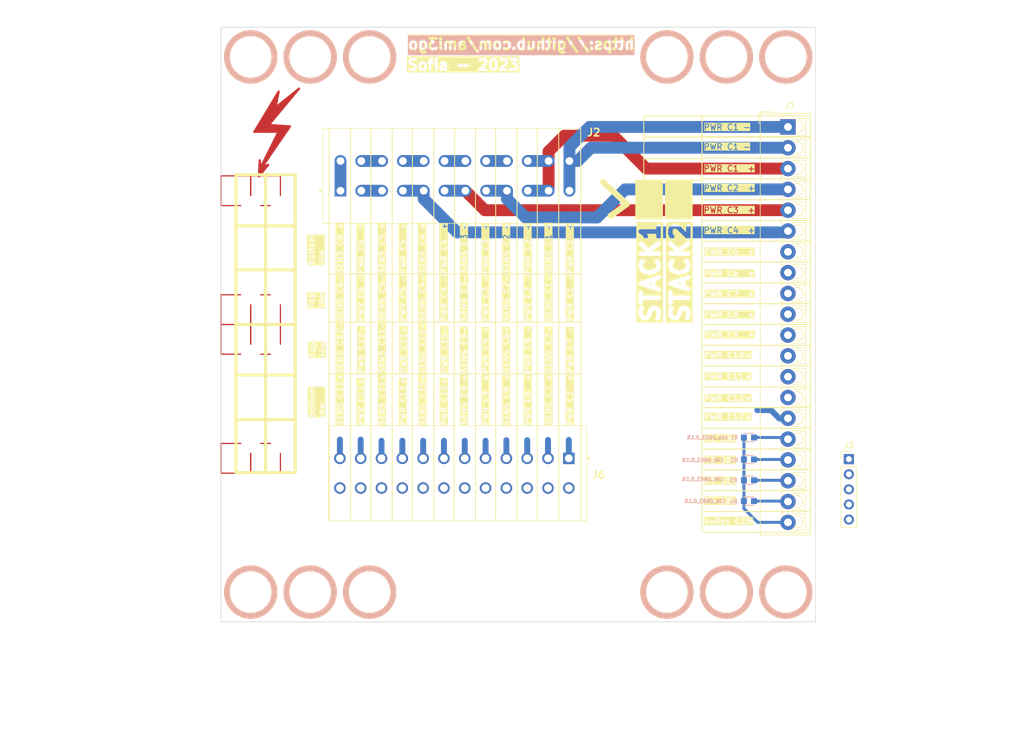
<source format=kicad_pcb>
(kicad_pcb (version 20221018) (generator pcbnew)
  (layers (0 "F.Cu" signal) (31 "B.Cu" signal) (34 "B.Paste" user) (35 "F.Paste" user) (36 "B.SilkS" user "B.Silkscreen") (37 "F.SilkS" user "F.Silkscreen") (38 "B.Mask" user) (39 "F.Mask" user) (44 "Edge.Cuts" user))
  (net 0 "")
  (net 1 "/Cell_1-")
  (net 2 "/Cell_1+")
  (net 3 "/Cell_2+")
  (net 4 "/Cell_3+")
  (net 5 "/Cell_4+")
  (net 6 "/Cell_5+")
  (net 7 "/Cell_6+")
  (net 8 "/Cell_7+")
  (net 9 "/Cell_8+")
  (net 10 "/Cell_9+")
  (net 11 "/Cell_10+")
  (net 12 "/Cell_11+")
  (net 13 "/Cell_12+")
  (net 14 "Net-(J1-Pin_16)")
  (net 15 "Net-(J1-Pin_17)")
  (net 16 "Net-(J1-Pin_18)")
  (net 17 "Net-(J1-Pin_19)")
  (net 18 "Net-(J1-Pin_20)")
  (footprint "MountingHole:MountingHole_3.2mm_M3_ISO14580" (layer "F.Cu") (at 135 115)
    (fp_text reference "H10" hide)
    (fp_text value "MountingHole" hide)
    (pad "" np_thru_hole circle (at 0 0) (size 3.2 3.2) (drill 3.2) (layers "*.Cu" "*.Mask"))
  )
  (footprint "MountingHole:MountingHole_3.2mm_M3_ISO14580" (layer "F.Cu") (at 55 90)
    (fp_text reference "H8" hide)
    (fp_text value "MountingHole")
    (pad "" np_thru_hole circle (at 0 0) (size 3.2 3.2) (drill 3.2) (layers "*.Cu" "*.Mask"))
  )
  (footprint "MountingHole:MountingHole_3.2mm_M3_ISO14580" (layer "F.Cu") (at 145 25)
    (fp_text reference "H2" hide)
    (fp_text value "MountingHole")
    (pad "" np_thru_hole circle (at 0 0) (size 3.2 3.2) (drill 3.2) (layers "*.Cu" "*.Mask"))
  )
  (footprint "MountingHole:MountingHole_3.2mm_M3_ISO14580" (layer "F.Cu") (at 65 115)
    (fp_text reference "H9" hide)
    (fp_text value "MountingHole")
    (pad "" np_thru_hole circle (at 0 0) (size 3.2 3.2) (drill 3.2) (layers "*.Cu" "*.Mask"))
  )
  (footprint "MountingHole:MountingHole_3.2mm_M3_ISO14580" (layer "F.Cu") (at 60 50)
    (fp_text reference "H7" hide)
    (fp_text value "MountingHole")
    (pad "" np_thru_hole circle (at 0 0) (size 3.2 3.2) (drill 3.2) (layers "F&B.Cu" "*.Mask"))
  )
  (footprint "Connectors_local:1725042" (layer "F.Cu") (at 108.5 92.5 180)
    (fp_text reference "J6" (at -5 -2.75) (layer "F.SilkS") (effects (font (size 1.27 1.27) (thickness 0.254))))
    (fp_text value "1725042" hide)
    (pad "1" thru_hole rect locked (at 0 0 180) (size 1.95 1.95) (drill 1.3) (layers "*.Cu" "*.Mask") (net 7 "/Cell_6+"))
    (pad "2" thru_hole circle locked (at 0 -5 180) (size 1.95 1.95) (drill 1.3) (layers "*.Cu" "*.Mask") (net 7 "/Cell_6+"))
    (pad "3" thru_hole circle locked (at 3.5 0 180) (size 1.95 1.95) (drill 1.3) (layers "*.Cu" "*.Mask") (net 8 "/Cell_7+"))
    (pad "4" thru_hole circle locked (at 3.5 -5 180) (size 1.95 1.95) (drill 1.3) (layers "*.Cu" "*.Mask") (net 8 "/Cell_7+"))
    (pad "5" thru_hole circle locked (at 7 0 180) (size 1.95 1.95) (drill 1.3) (layers "*.Cu" "*.Mask") (net 8 "/Cell_7+"))
    (pad "6" thru_hole circle locked (at 7 -5 180) (size 1.95 1.95) (drill 1.3) (layers "*.Cu" "*.Mask") (net 8 "/Cell_7+"))
    (pad "7" thru_hole circle locked (at 10.5 0 180) (size 1.95 1.95) (drill 1.3) (layers "*.Cu" "*.Mask") (net 9 "/Cell_8+"))
    (pad "8" thru_hole circle locked (at 10.5 -5 180) (size 1.95 1.95) (drill 1.3) (layers "*.Cu" "*.Mask") (net 9 "/Cell_8+"))
    (pad "9" thru_hole circle locked (at 14 0 180) (size 1.95 1.95) (drill 1.3) (layers "*.Cu" "*.Mask") (net 9 "/Cell_8+"))
    (pad "10" thru_hole circle locked (at 14 -5 180) (size 1.95 1.95) (drill 1.3) (layers "*.Cu" "*.Mask") (net 9 "/Cell_8+"))
    (pad "11" thru_hole circle locked (at 17.5 0 180) (size 1.95 1.95) (drill 1.3) (layers "*.Cu" "*.Mask") (net 10 "/Cell_9+"))
    (pad "12" thru_hole circle locked (at 17.5 -5 180) (size 1.95 1.95) (drill 1.3) (layers "*.Cu" "*.Mask") (net 10 "/Cell_9+"))
    (pad "13" thru_hole circle locked (at 21 0 180) (size 1.95 1.95) (drill 1.3) (layers "*.Cu" "*.Mask") (net 10 "/Cell_9+"))
    (pad "14" thru_hole circle locked (at 21 -5 180) (size 1.95 1.95) (drill 1.3) (layers "*.Cu" "*.Mask") (net 10 "/Cell_9+"))
    (pad "15" thru_hole circle locked (at 24.5 0 180) (size 1.95 1.95) (drill 1.3) (layers "*.Cu" "*.Mask") (net 11 "/Cell_10+"))
    (pad "16" thru_hole circle locked (at 24.5 -5 180) (size 1.95 1.95) (drill 1.3) (layers "*.Cu" "*.Mask") (net 11 "/Cell_10+"))
    (pad "17" thru_hole circle locked (at 28 0 180) (size 1.95 1.95) (drill 1.3) (layers "*.Cu" "*.Mask") (net 11 "/Cell_10+"))
    (pad "18" thru_hole circle locked (at 28 -5 180) (size 1.95 1.95) (drill 1.3) (layers "*.Cu" "*.Mask") (net 11 "/Cell_10+"))
    (pad "19" thru_hole circle locked (at 31.5 0 180) (size 1.95 1.95) (drill 1.3) (layers "*.Cu" "*.Mask") (net 12 "/Cell_11+"))
    (pad "20" thru_hole circle locked (at 31.5 -5 180) (size 1.95 1.95) (drill 1.3) (layers "*.Cu" "*.Mask") (net 12 "/Cell_11+"))
    (pad "21" thru_hole circle locked (at 35 0 180) (size 1.95 1.95) (drill 1.3) (layers "*.Cu" "*.Mask") (net 12 "/Cell_11+"))
    (pad "22" thru_hole circle locked (at 35 -5 180) (size 1.95 1.95) (drill 1.3) (layers "*.Cu" "*.Mask") (net 12 "/Cell_11+"))
    (pad "23" thru_hole circle locked (at 38.5 0 180) (size 1.95 1.95) (drill 1.3) (layers "*.Cu" "*.Mask") (net 13 "/Cell_12+"))
    (pad "24" thru_hole circle locked (at 38.5 -5 180) (size 1.95 1.95) (drill 1.3) (layers "*.Cu" "*.Mask") (net 13 "/Cell_12+"))
  )
  (footprint "MountingHole:MountingHole_3.2mm_M3_ISO14580" (layer "F.Cu") (at 135 25)
    (fp_text reference "H11" hide)
    (fp_text value "MountingHole")
    (pad "" np_thru_hole circle (at 0 0) (size 3.2 3.2) (drill 3.2) (layers "*.Cu" "*.Mask"))
  )
  (footprint "MountingHole:MountingHole_3.2mm_M3_ISO14580" (layer "F.Cu") (at 55 75)
    (fp_text reference "H6" hide)
    (fp_text value "MountingHole")
    (pad "" np_thru_hole circle (at 0 0) (size 3.2 3.2) (drill 3.2) (layers "*.Cu" "*.Mask"))
  )
  (footprint "MountingHole:MountingHole_3.2mm_M3_ISO14580" (layer "F.Cu") (at 60 57)
    (fp_text reference "H8" hide)
    (fp_text value "MountingHole")
    (pad "" np_thru_hole circle (at 0 0) (size 3.2 3.2) (drill 3.2) (layers "F&B.Cu" "*.Mask"))
  )
  (footprint "MountingHole:MountingHole_3.2mm_M3_ISO14580" (layer "F.Cu") (at 125 25)
    (fp_text reference "H15" hide)
    (fp_text value "MountingHole")
    (pad "" np_thru_hole circle (at 0 0) (size 3.2 3.2) (drill 3.2) (layers "*.Cu" "*.Mask"))
  )
  (footprint "MountingHole:MountingHole_3.2mm_M3_ISO14580" (layer "F.Cu") (at 55 57)
    (fp_text reference "H5" hide)
    (fp_text value "MountingHole")
    (pad "" np_thru_hole circle (at 0 0) (size 3.2 3.2) (drill 3.2) (layers "F&B.Cu" "*.Mask"))
  )
  (footprint "MountingHole:MountingHole_3.2mm_M3_ISO14580" (layer "F.Cu") (at 55 65)
    (fp_text reference "H5" hide)
    (fp_text value "MountingHole")
    (pad "" np_thru_hole circle (at 0 0) (size 3.2 3.2) (drill 3.2) (layers "*.Cu" "*.Mask"))
  )
  (footprint "MountingHole:MountingHole_3.2mm_M3_ISO14580" (layer "F.Cu") (at 55 82)
    (fp_text reference "H5" hide)
    (fp_text value "MountingHole")
    (pad "" np_thru_hole circle (at 0 0) (size 3.2 3.2) (drill 3.2) (layers "F&B.Cu" "*.Mask"))
  )
  (footprint "MountingHole:MountingHole_3.2mm_M3_ISO14580" (layer "F.Cu") (at 75 115)
    (fp_text reference "H14" hide)
    (fp_text value "MountingHole" hide)
    (pad "" np_thru_hole circle (at 0 0) (size 3.2 3.2) (drill 3.2) (layers "*.Cu" "*.Mask"))
  )
  (footprint "MountingHole:MountingHole_3.2mm_M3_ISO14580" (layer "F.Cu") (at 60 90)
    (fp_text reference "H8" hide)
    (fp_text value "MountingHole")
    (pad "" np_thru_hole circle (at 0 0) (size 3.2 3.2) (drill 3.2) (layers "F&B.Cu" "*.Mask"))
  )
  (footprint "MountingHole:MountingHole_3.2mm_M3_ISO14580" (layer "F.Cu") (at 125 115)
    (fp_text reference "H13" hide)
    (fp_text value "MountingHole" hide)
    (pad "" np_thru_hole circle (at 0 0) (size 3.2 3.2) (drill 3.2) (layers "*.Cu" "*.Mask"))
  )
  (footprint "Connectors_local:TerminalBlock_4Ucon_1x20_P3.50mm_Vertical_copy" (layer "F.Cu") (at 145.355 36.775 -90)
    (fp_text reference "J1" (at -3.675 -0.345) (layer "F.SilkS"))
    (fp_text value "Screw_Terminal_01x20")
    (pad "1" thru_hole rect locked (at 0 0 270) (size 2.6 2.6) (drill 1.3) (layers "*.Cu" "*.Mask") (net 1 "/Cell_1-"))
    (pad "2" thru_hole circle locked (at 3.5 0 270) (size 2.6 2.6) (drill 1.3) (layers "*.Cu" "*.Mask") (net 1 "/Cell_1-"))
    (pad "3" thru_hole circle locked (at 7 0 270) (size 2.6 2.6) (drill 1.3) (layers "*.Cu" "*.Mask") (net 2 "/Cell_1+"))
    (pad "4" thru_hole circle locked (at 10.5 0 270) (size 2.6 2.6) (drill 1.3) (layers "*.Cu" "*.Mask") (net 3 "/Cell_2+"))
    (pad "5" thru_hole circle locked (at 14 0 270) (size 2.6 2.6) (drill 1.3) (layers "*.Cu" "*.Mask") (net 4 "/Cell_3+"))
    (pad "6" thru_hole circle locked (at 17.5 0 270) (size 2.6 2.6) (drill 1.3) (layers "*.Cu" "*.Mask") (net 5 "/Cell_4+"))
    (pad "7" thru_hole circle locked (at 21 0 270) (size 2.6 2.6) (drill 1.3) (layers "*.Cu" "*.Mask") (net 6 "/Cell_5+"))
    (pad "8" thru_hole circle locked (at 24.5 0 270) (size 2.6 2.6) (drill 1.3) (layers "*.Cu" "*.Mask") (net 7 "/Cell_6+"))
    (pad "9" thru_hole circle locked (at 28 0 270) (size 2.6 2.6) (drill 1.3) (layers "*.Cu" "*.Mask") (net 8 "/Cell_7+"))
    (pad "10" thru_hole circle locked (at 31.5 0 270) (size 2.6 2.6) (drill 1.3) (layers "*.Cu" "*.Mask") (net 9 "/Cell_8+"))
    (pad "11" thru_hole circle locked (at 35 0 270) (size 2.6 2.6) (drill 1.3) (layers "*.Cu" "*.Mask") (net 10 "/Cell_9+"))
    (pad "12" thru_hole circle locked (at 38.5 0 270) (size 2.6 2.6) (drill 1.3) (layers "*.Cu" "*.Mask") (net 11 "/Cell_10+"))
    (pad "13" thru_hole circle locked (at 42 0 270) (size 2.6 2.6) (drill 1.3) (layers "*.Cu" "*.Mask") (net 12 "/Cell_11+"))
    (pad "14" thru_hole circle locked (at 45.5 0 270) (size 2.6 2.6) (drill 1.3) (layers "*.Cu" "*.Mask") (net 13 "/Cell_12+"))
    (pad "15" thru_hole circle locked (at 49 0 270) (size 2.6 2.6) (drill 1.3) (layers "*.Cu" "*.Mask") (net 13 "/Cell_12+"))
    (pad "16" thru_hole circle locked (at 52.5 0 270) (size 2.6 2.6) (drill 1.3) (layers "*.Cu" "*.Mask") (net 14 "Net-(J1-Pin_16)"))
    (pad "17" thru_hole circle locked (at 56 0 270) (size 2.6 2.6) (drill 1.3) (layers "*.Cu" "*.Mask") (net 15 "Net-(J1-Pin_17)"))
    (pad "18" thru_hole circle locked (at 59.5 0 270) (size 2.6 2.6) (drill 1.3) (layers "*.Cu" "*.Mask") (net 16 "Net-(J1-Pin_18)"))
    (pad "19" thru_hole circle locked (at 63 0 270) (size 2.6 2.6) (drill 1.3) (layers "*.Cu" "*.Mask") (net 17 "Net-(J1-Pin_19)"))
    (pad "20" thru_hole circle locked (at 66.5 0 270) (size 2.6 2.6) (drill 1.3) (layers "*.Cu" "*.Mask") (net 18 "Net-(J1-Pin_20)"))
  )
  (footprint "MountingHole:MountingHole_3.2mm_M3_ISO14580" (layer "F.Cu") (at 65 25)
    (fp_text reference "H12" hide)
    (fp_text value "MountingHole")
    (pad "" np_thru_hole circle (at 0 0) (size 3.2 3.2) (drill 3.2) (layers "*.Cu" "*.Mask"))
  )
  (footprint "Connector_PinHeader_2.54mm:PinHeader_1x05_P2.54mm_Vertical" (layer "F.Cu") (at 155.6 92.64)
    (fp_text reference "J3" (at 0 -2.33) (layer "F.SilkS"))
    (fp_text value "Conn_01x05")
    (pad "1" thru_hole rect (at 0 0) (size 1.7 1.7) (drill 1) (layers "*.Cu" "*.Mask") (net 14 "Net-(J1-Pin_16)"))
    (pad "2" thru_hole oval (at 0 2.54) (size 1.7 1.7) (drill 1) (layers "*.Cu" "*.Mask") (net 15 "Net-(J1-Pin_17)"))
    (pad "3" thru_hole oval (at 0 5.08) (size 1.7 1.7) (drill 1) (layers "*.Cu" "*.Mask") (net 16 "Net-(J1-Pin_18)"))
    (pad "4" thru_hole oval (at 0 7.62) (size 1.7 1.7) (drill 1) (layers "*.Cu" "*.Mask") (net 17 "Net-(J1-Pin_19)"))
    (pad "5" thru_hole oval (at 0 10.16) (size 1.7 1.7) (drill 1) (layers "*.Cu" "*.Mask") (net 18 "Net-(J1-Pin_20)"))
  )
  (footprint "Connectors_local:1725042" (layer "F.Cu") (at 70.1 47.5)
    (fp_text reference "J2" (at 42.6 -9.8) (layer "F.SilkS") (effects (font (size 1.27 1.27) (thickness 0.254))))
    (fp_text value "1725042" hide)
    (pad "1" thru_hole rect locked (at 0 0) (size 1.95 1.95) (drill 1.3) (layers "*.Cu" "*.Mask") (net 7 "/Cell_6+"))
    (pad "2" thru_hole circle locked (at 0 -5) (size 1.95 1.95) (drill 1.3) (layers "*.Cu" "*.Mask") (net 7 "/Cell_6+"))
    (pad "3" thru_hole circle locked (at 3.5 0) (size 1.95 1.95) (drill 1.3) (layers "*.Cu" "*.Mask") (net 6 "/Cell_5+"))
    (pad "4" thru_hole circle locked (at 3.5 -5) (size 1.95 1.95) (drill 1.3) (layers "*.Cu" "*.Mask") (net 6 "/Cell_5+"))
    (pad "5" thru_hole circle locked (at 7 0) (size 1.95 1.95) (drill 1.3) (layers "*.Cu" "*.Mask") (net 6 "/Cell_5+"))
    (pad "6" thru_hole circle locked (at 7 -5) (size 1.95 1.95) (drill 1.3) (layers "*.Cu" "*.Mask") (net 6 "/Cell_5+"))
    (pad "7" thru_hole circle locked (at 10.5 0) (size 1.95 1.95) (drill 1.3) (layers "*.Cu" "*.Mask") (net 5 "/Cell_4+"))
    (pad "8" thru_hole circle locked (at 10.5 -5) (size 1.95 1.95) (drill 1.3) (layers "*.Cu" "*.Mask") (net 5 "/Cell_4+"))
    (pad "9" thru_hole circle locked (at 14 0) (size 1.95 1.95) (drill 1.3) (layers "*.Cu" "*.Mask") (net 5 "/Cell_4+"))
    (pad "10" thru_hole circle locked (at 14 -5) (size 1.95 1.95) (drill 1.3) (layers "*.Cu" "*.Mask") (net 5 "/Cell_4+"))
    (pad "11" thru_hole circle locked (at 17.5 0) (size 1.95 1.95) (drill 1.3) (layers "*.Cu" "*.Mask") (net 4 "/Cell_3+"))
    (pad "12" thru_hole circle locked (at 17.5 -5) (size 1.95 1.95) (drill 1.3) (layers "*.Cu" "*.Mask") (net 4 "/Cell_3+"))
    (pad "13" thru_hole circle locked (at 21 0) (size 1.95 1.95) (drill 1.3) (layers "*.Cu" "*.Mask") (net 4 "/Cell_3+"))
    (pad "14" thru_hole circle locked (at 21 -5) (size 1.95 1.95) (drill 1.3) (layers "*.Cu" "*.Mask") (net 4 "/Cell_3+"))
    (pad "15" thru_hole circle locked (at 24.5 0) (size 1.95 1.95) (drill 1.3) (layers "*.Cu" "*.Mask") (net 3 "/Cell_2+"))
    (pad "16" thru_hole circle locked (at 24.5 -5) (size 1.95 1.95) (drill 1.3) (layers "*.Cu" "*.Mask") (net 3 "/Cell_2+"))
    (pad "17" thru_hole circle locked (at 28 0) (size 1.95 1.95) (drill 1.3) (layers "*.Cu" "*.Mask") (net 3 "/Cell_2+"))
    (pad "18" thru_hole circle locked (at 28 -5) (size 1.95 1.95) (drill 1.3) (layers "*.Cu" "*.Mask") (net 3 "/Cell_2+"))
    (pad "19" thru_hole circle locked (at 31.5 0) (size 1.95 1.95) (drill 1.3) (layers "*.Cu" "*.Mask") (net 2 "/Cell_1+"))
    (pad "20" thru_hole circle locked (at 31.5 -5) (size 1.95 1.95) (drill 1.3) (layers "*.Cu" "*.Mask") (net 2 "/Cell_1+"))
    (pad "21" thru_hole circle locked (at 35 0) (size 1.95 1.95) (drill 1.3) (layers "*.Cu" "*.Mask") (net 2 "/Cell_1+"))
    (pad "22" thru_hole circle locked (at 35 -5) (size 1.95 1.95) (drill 1.3) (layers "*.Cu" "*.Mask") (net 2 "/Cell_1+"))
    (pad "23" thru_hole circle locked (at 38.5 0) (size 1.95 1.95) (drill 1.3) (layers "*.Cu" "*.Mask") (net 1 "/Cell_1-"))
    (pad "24" thru_hole circle locked (at 38.5 -5) (size 1.95 1.95) (drill 1.3) (layers "*.Cu" "*.Mask") (net 1 "/Cell_1-"))
  )
  (footprint "MountingHole:MountingHole_3.2mm_M3_ISO14580" (layer "F.Cu") (at 55 50)
    (fp_text reference "H7" hide)
    (fp_text value "MountingHole")
    (pad "" np_thru_hole circle (at 0 0) (size 3.2 3.2) (drill 3.2) (layers "F&B.Cu" "*.Mask"))
  )
  (footprint "MountingHole:MountingHole_3.2mm_M3_ISO14580" (layer "F.Cu") (at 60 65)
    (fp_text reference "H8" hide)
    (fp_text value "MountingHole")
    (pad "" np_thru_hole circle (at 0 0) (size 3.2 3.2) (drill 3.2) (layers "F&B.Cu" "*.Mask"))
  )
  (footprint "Symbol:Symbol_HighVoltage_Type1_CopperTop_Big" (layer "F.Cu") (at 58.8 37.2)
    (fp_text reference "REF**" hide)
    (fp_text value "Symbol_HighVoltage_Type1_CopperTop_Big" hide)
    (fp_line (start -3.175 0.381) (end 0.889 0.381) (stroke (width 0.381)) (layer "F.Cu"))
    (fp_line (start -2.794 0.254) (end 0.381 -4.318) (stroke (width 0.381)) (layer "F.Cu"))
    (fp_line (start -2.413 0.127) (end 0.254 -3.556) (stroke (width 0.381)) (layer "F.Cu"))
    (fp_line (start -2.413 7.874) (end -0.889 5.969) (stroke (width 0.381)) (layer "F.Cu"))
    (fp_line (start -2.286 5.207) (end -2.413 7.874) (stroke (width 0.381)) (layer "F.Cu"))
    (fp_line (start -2.286 7.239) (end -1.905 6.35) (stroke (width 0.381)) (layer "F.Cu"))
    (fp_line (start -2.159 6.477) (end -2.286 5.207) (stroke (width 0.381)) (layer "F.Cu"))
    (fp_line (start -2.032 0.127) (end 2.667 -5.207) (stroke (width 0.381)) (layer "F.Cu"))
    (fp_line (start -1.905 6.096) (end -1.778 6.223) (stroke (width 0.381)) (layer "F.Cu"))
    (fp_line (start -1.905 6.35) (end -1.778 5.969) (stroke (width 0.381)) (layer "F.Cu"))
    (fp_line (start -1.905 6.35) (end 2.794 -0.508) (stroke (width 0.381)) (layer "F.Cu"))
    (fp_line (start -1.778 5.969) (end -1.905 6.096) (stroke (width 0.381)) (layer "F.Cu"))
    (fp_line (start -1.651 0.254) (end 2.032 0.127) (stroke (width 0.381)) (layer "F.Cu"))
    (fp_line (start -1.524 6.477) (end -2.286 7.239) (stroke (width 0.381)) (layer "F.Cu"))
    (fp_line (start -1.397 5.461) (end 1.397 0.127) (stroke (width 0.381)) (layer "F.Cu"))
    (fp_line (start -1.143 0) (end 1.905 -0.127) (stroke (width 0.381)) (layer "F.Cu"))
    (fp_line (start -1.016 -1.524) (end 1.524 -4.445) (stroke (width 0.381)) (layer "F.Cu"))
    (fp_line (start -1.016 -1.016) (end -0.762 -0.381) (stroke (width 0.381)) (layer "F.Cu"))
    (fp_line (start -1.016 -0.381) (end -1.143 0) (stroke (width 0.381)) (layer "F.Cu"))
    (fp_line (start -0.889 5.969) (end -1.905 6.35) (stroke (width 0.381)) (layer "F.Cu"))
    (fp_line (start -0.762 -0.762) (end 4.318 -6.858) (stroke (width 0.381)) (layer "F.Cu"))
    (fp_line (start 0.254 -3.556) (end -2.032 0.127) (stroke (width 0.381)) (layer "F.Cu"))
    (fp_line (start 0.381 -4.318) (end -2.413 0.127) (stroke (width 0.381)) (layer "F.Cu"))
    (fp_line (start 0.381 -3.683) (end 0.889 -6.35) (stroke (width 0.381)) (layer "F.Cu"))
    (fp_line (start 0.508 -5.588) (end 0.381 -4.953) (stroke (width 0.381)) (layer "F.Cu"))
    (fp_line (start 0.508 -5.08) (end -2.794 0.254) (stroke (width 0.381)) (layer "F.Cu"))
    (fp_line (start 0.889 -6.35) (end -3.175 0.381) (stroke (width 0.381)) (layer "F.Cu"))
    (fp_line (start 0.889 0.381) (end -2.159 6.477) (stroke (width 0.381)) (layer "F.Cu"))
    (fp_line (start 1.397 0.127) (end 2.032 0.127) (stroke (width 0.381)) (layer "F.Cu"))
    (fp_line (start 1.524 -4.445) (end -1.651 0.254) (stroke (width 0.381)) (layer "F.Cu"))
    (fp_line (start 1.905 -0.127) (end -1.397 5.461) (stroke (width 0.381)) (layer "F.Cu"))
    (fp_line (start 2.032 0.127) (end 0.762 2.159) (stroke (width 0.381)) (layer "F.Cu"))
    (fp_line (start 2.032 0.127) (end 2.413 -0.381) (stroke (width 0.381)) (layer "F.Cu"))
    (fp_line (start 2.413 -0.381) (end -1.016 -0.381) (stroke (width 0.381)) (layer "F.Cu"))
    (fp_line (start 2.667 -5.207) (end -1.016 -1.524) (stroke (width 0.381)) (layer "F.Cu"))
    (fp_line (start 2.794 -0.508) (end -0.762 -0.762) (stroke (width 0.381)) (layer "F.Cu"))
    (fp_line (start 3.048 -5.461) (end 0.127 -3.175) (stroke (width 0.381)) (layer "F.Cu"))
    (fp_line (start 4.318 -6.858) (end 0.381 -3.683) (stroke (width 0.381)) (layer "F.Cu"))
  )
  (footprint "MountingHole:MountingHole_3.2mm_M3_ISO14580" (layer "F.Cu") (at 55 25)
    (fp_text reference "H3" hide)
    (fp_text value "MountingHole")
    (pad "" np_thru_hole circle (at 0 0) (size 3.2 3.2) (drill 3.2) (layers "*.Cu" "*.Mask"))
  )
  (footprint "MountingHole:MountingHole_3.2mm_M3_ISO14580" (layer "F.Cu") (at 60 75)
    (fp_text reference "H8" hide)
    (fp_text value "MountingHole")
    (pad "" np_thru_hole circle (at 0 0) (size 3.2 3.2) (drill 3.2) (layers "F&B.Cu" "*.Mask"))
  )
  (footprint "MountingHole:MountingHole_3.2mm_M3_ISO14580" (layer "F.Cu") (at 55 115)
    (fp_text reference "H4" hide)
    (fp_text value "MountingHole")
    (pad "" np_thru_hole circle (at 0 0) (size 3.2 3.2) (drill 3.2) (layers "*.Cu" "*.Mask"))
  )
  (footprint "MountingHole:MountingHole_3.2mm_M3_ISO14580" (layer "F.Cu") (at 60 82)
    (fp_text reference "H8" hide)
    (fp_text value "MountingHole")
    (pad "" np_thru_hole circle (at 0 0) (size 3.2 3.2) (drill 3.2) (layers "F&B.Cu" "*.Mask"))
  )
  (footprint "MountingHole:MountingHole_3.2mm_M3_ISO14580" (layer "F.Cu") (at 75 25)
    (fp_text reference "H16" hide)
    (fp_text value "MountingHole")
    (pad "" np_thru_hole circle (at 0 0) (size 3.2 3.2) (drill 3.2) (layers "*.Cu" "*.Mask"))
  )
  (footprint "MountingHole:MountingHole_3.2mm_M3_ISO14580" (layer "F.Cu") (at 145 115)
    (fp_text reference "H1" hide)
    (fp_text value "MountingHole" hide)
    (pad "" np_thru_hole circle (at 0 0) (size 3.2 3.2) (drill 3.2) (layers "*.Cu" "*.Mask"))
  )
  (footprint "PCM_4ms_Resistor:R_0603" (layer "B.Cu") (at 138.8 96.2)
    (fp_text reference "R3" (at -2.6 0) (layer "B.SilkS") (effects (font (size 0.65 0.65)) (justify mirror)))
    (fp_text value "10k_0603_0.1%" (at -7.8 -0.2) (layer "B.SilkS") (effects (font (size 0.6 0.6)) (justify mirror)))
    (pad "1" smd rect (at -0.85 0) (size 1 1) (layers "B.Cu" "B.Paste" "B.Mask") (net 18 "Net-(J1-Pin_20)"))
    (pad "2" smd rect (at 0.85 0) (size 1 1) (layers "B.Cu" "B.Paste" "B.Mask") (net 16 "Net-(J1-Pin_18)"))
  )
  (footprint "PCM_4ms_Resistor:R_0603" (layer "B.Cu") (at 138.8 89)
    (fp_text reference "R1" (at -2.5 0) (layer "B.SilkS") (effects (font (size 0.65 0.65)) (justify mirror)))
    (fp_text value "10k_0603_0.1%" (at -7 0) (layer "B.SilkS") (effects (font (size 0.6 0.6)) (justify mirror)))
    (pad "1" smd rect (at -0.85 0) (size 1 1) (layers "B.Cu" "B.Paste" "B.Mask") (net 18 "Net-(J1-Pin_20)"))
    (pad "2" smd rect (at 0.85 0) (size 1 1) (layers "B.Cu" "B.Paste" "B.Mask") (net 14 "Net-(J1-Pin_16)"))
  )
  (footprint "PCM_4ms_Resistor:R_0603" (layer "B.Cu") (at 138.8 92.7)
    (fp_text reference "R2" (at -2.5 0.1) (layer "B.SilkS") (effects (font (size 0.65 0.65)) (justify mirror)))
    (fp_text value "10k_0603_0.1%" (at -7.8 0.1) (layer "B.SilkS") (effects (font (size 0.6 0.6)) (justify mirror)))
    (pad "1" smd rect (at -0.85 0) (size 1 1) (layers "B.Cu" "B.Paste" "B.Mask") (net 18 "Net-(J1-Pin_20)"))
    (pad "2" smd rect (at 0.85 0) (size 1 1) (layers "B.Cu" "B.Paste" "B.Mask") (net 15 "Net-(J1-Pin_17)"))
  )
  (footprint "PCM_4ms_Resistor:R_0603" (layer "B.Cu") (at 138.8 99.7)
    (fp_text reference "R4" (at -2.6 0.1) (layer "B.SilkS") (effects (font (size 0.65 0.65)) (justify mirror)))
    (fp_text value "10k_0603_0.1%" (at -7.4 0) (layer "B.SilkS") (effects (font (size 0.6 0.6)) (justify mirror)))
    (pad "1" smd rect (at -0.85 0) (size 1 1) (layers "B.Cu" "B.Paste" "B.Mask") (net 18 "Net-(J1-Pin_20)"))
    (pad "2" smd rect (at 0.85 0) (size 1 1) (layers "B.Cu" "B.Paste" "B.Mask") (net 17 "Net-(J1-Pin_19)"))
  )
  (gr_rect (start 50 70) (end 55 75) (stroke (width 0.2)) (fill none) (layer "F.Cu"))
  (gr_rect (start 50 90) (end 55 95) (stroke (width 0.2)) (fill none) (layer "F.Cu"))
  (gr_rect (start 55 45) (end 60 50) (stroke (width 0.2)) (fill none) (layer "F.Cu"))
  (gr_rect (start 55 90) (end 60 95) (stroke (width 0.2)) (fill none) (layer "F.Cu"))
  (gr_rect (start 50 45) (end 55 50) (stroke (width 0.2)) (fill none) (layer "F.Cu"))
  (gr_rect (start 50 65) (end 55 70) (stroke (width 0.2)) (fill none) (layer "F.Cu"))
  (gr_rect (start 55 65) (end 60 70) (stroke (width 0.2)) (fill none) (layer "F.Cu"))
  (gr_rect (start 55 70) (end 60 75) (stroke (width 0.2)) (fill none) (layer "F.Cu"))
  (gr_circle (center 145 25) (end 141 25) (stroke (width 1)) (fill none) (layer "B.SilkS"))
  (gr_circle (center 125 115) (end 121 115) (stroke (width 1)) (fill none) (layer "B.SilkS"))
  (gr_circle (center 65 25) (end 61 25) (stroke (width 1)) (fill none) (layer "B.SilkS"))
  (gr_circle (center 55 115) (end 51 115) (stroke (width 1)) (fill none) (layer "B.SilkS"))
  (gr_circle (center 75 25) (end 71 25) (stroke (width 1)) (fill none) (layer "B.SilkS"))
  (gr_circle (center 125 25) (end 121 25) (stroke (width 1)) (fill none) (layer "B.SilkS"))
  (gr_circle (center 145 115) (end 141 115) (stroke (width 1)) (fill none) (layer "B.SilkS"))
  (gr_circle (center 55 25) (end 51 25) (stroke (width 1)) (fill none) (layer "B.SilkS"))
  (gr_circle (center 65 115) (end 61 115) (stroke (width 1)) (fill none) (layer "B.SilkS"))
  (gr_circle (center 135 115) (end 131 115) (stroke (width 1)) (fill none) (layer "B.SilkS"))
  (gr_circle (center 75 115) (end 71 115) (stroke (width 1)) (fill none) (layer "B.SilkS"))
  (gr_circle (center 135 25) (end 131 25) (stroke (width 1)) (fill none) (layer "B.SilkS"))
  (gr_rect (start 130.9 97.95) (end 149.1 101.45) (stroke (width 0.15)) (fill none) (layer "F.SilkS"))
  (gr_rect (start 119.75 45.75) (end 124.25 52.25) (stroke (width 0.15)) (fill solid) (layer "F.SilkS"))
  (gr_rect (start 130.9 90.95) (end 149.1 94.45) (stroke (width 0.15)) (fill none) (layer "F.SilkS"))
  (gr_line (start 110.5 37) (end 110.5 103) (stroke (width 0.15)) (layer "F.SilkS"))
  (gr_rect (start 130.9 101.45) (end 149.1 104.95) (stroke (width 0.15)) (fill none) (layer "F.SilkS"))
  (gr_line (start 57.5 44.9) (end 57.5 94.9) (stroke (width 0.5)) (layer "F.SilkS"))
  (gr_line (start 78.8 37) (end 78.8 103) (stroke (width 0.15)) (layer "F.SilkS"))
  (gr_rect (start 121.1 42.1) (end 130.9 45.7) (stroke (width 0.15)) (fill none) (layer "F.SilkS"))
  (gr_line (start 52.5 70) (end 62.5 70) (stroke (width 0.5)) (layer "F.SilkS"))
  (gr_rect (start 130.9 59.5) (end 149.1 63) (stroke (width 0.15)) (fill none) (layer "F.SilkS"))
  (gr_line (start 92.8 37) (end 92.8 103) (stroke (width 0.15)) (layer "F.SilkS"))
  (gr_rect (start 130.9 73.5) (end 149.1 77) (stroke (width 0.15)) (fill none) (layer "F.SilkS"))
  (gr_line (start 75.2 37) (end 75.2 103) (stroke (width 0.15)) (layer "F.SilkS"))
  (gr_line (start 52.5 60.8) (end 62.5 60.8) (stroke (width 0.5)) (layer "F.SilkS"))
  (gr_rect (start 121.1 34.9) (end 130.9 38.5) (stroke (width 0.15)) (fill none) (layer "F.SilkS"))
  (gr_rect (start 130.9 34.9) (end 149.1 38.5) (stroke (width 0.15)) (fill none) (layer "F.SilkS"))
  (gr_rect (start 130.9 63) (end 149.1 66.5) (stroke (width 0.15)) (fill none) (layer "F.SilkS"))
  (gr_line (start 68.2 78.3) (end 110.5 78.3) (stroke (width 0.15)) (layer "F.SilkS"))
  (gr_rect (start 130.9 94.45) (end 149.1 97.95) (stroke (width 0.15)) (fill none) (layer "F.SilkS"))
  (gr_line (start 52.5 78.5) (end 62.5 78.5) (stroke (width 0.5)) (layer "F.SilkS"))
  (gr_circle (center 145 115) (end 149 115) (stroke (width 1)) (fill none) (layer "F.SilkS"))
  (gr_circle (center 65 25) (end 69 25) (stroke (width 1)) (fill none) (layer "F.SilkS"))
  (gr_rect (start 130.9 45.5) (end 149.1 49) (stroke (width 0.15)) (fill none) (layer "F.SilkS"))
  (gr_line (start 114.25 46) (end 118.25 49.75) (stroke (width 1)) (layer "F.SilkS"))
  (gr_rect (start 130.9 38.4) (end 149.1 42) (stroke (width 0.15)) (fill none) (layer "F.SilkS"))
  (gr_rect (start 130.9 70) (end 149.1 73.5) (stroke (width 0.15)) (fill none) (layer "F.SilkS"))
  (gr_rect (start 124.75 45.75) (end 129.25 52.25) (stroke (width 0.15)) (fill solid) (layer "F.SilkS"))
  (gr_line (start 82.2 37) (end 82.2 103) (stroke (width 0.15)) (layer "F.SilkS"))
  (gr_line (start 106.8 37) (end 106.8 103) (stroke (width 0.15)) (layer "F.SilkS"))
  (gr_circle (center 55 25) (end 59 25) (stroke (width 1)) (fill none) (layer "F.SilkS"))
  (gr_circle (center 135 25) (end 139 25) (stroke (width 1)) (fill none) (layer "F.SilkS"))
  (gr_line (start 52.5 44.8) (end 62.5 44.8) (stroke (width 0.5)) (layer "F.SilkS"))
  (gr_line (start 99.8 37) (end 99.8 103) (stroke (width 0.15)) (layer "F.SilkS"))
  (gr_line (start 68.2 61.5) (end 110.5 61.5) (stroke (width 0.15)) (layer "F.SilkS"))
  (gr_circle (center 55 115) (end 59 115) (stroke (width 1)) (fill none) (layer "F.SilkS"))
  (gr_circle (center 125 115) (end 129 115) (stroke (width 1)) (fill none) (layer "F.SilkS"))
  (gr_line (start 96.2 37) (end 96.2 103) (stroke (width 0.15)) (layer "F.SilkS"))
  (gr_rect (start 130.9 77) (end 149.1 80.5) (stroke (width 0.15)) (fill none) (layer "F.SilkS"))
  (gr_rect (start 130.9 66.5) (end 149.1 70) (stroke (width 0.15)) (fill none) (layer "F.SilkS"))
  (gr_line (start 115.5 51.75) (end 118.25 49.75) (stroke (width 1)) (layer "F.SilkS"))
  (gr_line (start 68.2 69.6) (end 110.5 69.6) (stroke (width 0.15)) (layer "F.SilkS"))
  (gr_rect (start 130.9 56) (end 149.1 59.5) (stroke (width 0.15)) (fill none) (layer "F.SilkS"))
  (gr_line (start 85.8 37) (end 85.8 103) (stroke (width 0.15)) (layer "F.SilkS"))
  (gr_rect (start 130.9 83.95) (end 149.1 87.45) (stroke (width 0.15)) (fill none) (layer "F.SilkS"))
  (gr_rect (start 130.9 87.45) (end 149.1 90.95) (stroke (width 0.15)) (fill none) (layer "F.SilkS"))
  (gr_line (start 62.5 44.8) (end 62.5 94.9) (stroke (width 0.5)) (layer "F.SilkS"))
  (gr_line (start 52.5 53.4) (end 62.5 53.4) (stroke (width 0.5)) (layer "F.SilkS"))
  (gr_line (start 71.8 37) (end 71.8 103) (stroke (width 0.15)) (layer "F.SilkS"))
  (gr_circle (center 75 25) (end 79 25) (stroke (width 1)) (fill none) (layer "F.SilkS"))
  (gr_rect (start 130.9 80.5) (end 149.1 84) (stroke (width 0.15)) (fill none) (layer "F.SilkS"))
  (gr_line (start 52.5 94.9) (end 62.5 94.9) (stroke (width 0.5)) (layer "F.SilkS"))
  (gr_circle (center 135 115) (end 139 115) (stroke (width 1)) (fill none) (layer "F.SilkS"))
  (gr_line (start 103.2 37) (end 103.2 103) (stroke (width 0.15)) (layer "F.SilkS"))
  (gr_circle (center 65 115) (end 69 115) (stroke (width 1)) (fill none) (layer "F.SilkS"))
  (gr_line (start 52.5 86) (end 62.5 86) (stroke (width 0.5)) (layer "F.SilkS"))
  (gr_circle (center 145 25) (end 149 25) (stroke (width 1)) (fill none) (layer "F.SilkS"))
  (gr_line (start 52.5 44.8) (end 52.5 94.9) (stroke (width 0.5)) (layer "F.SilkS"))
  (gr_line (start 89.3 37) (end 89.2 103) (stroke (width 0.15)) (layer "F.SilkS"))
  (gr_circle (center 75 115) (end 79 115) (stroke (width 1)) (fill none) (layer "F.SilkS"))
  (gr_line (start 68.2 37) (end 68.2 103) (stroke (width 0.15)) (layer "F.SilkS"))
  (gr_circle (center 125 25) (end 129 25) (stroke (width 1)) (fill none) (layer "F.SilkS"))
  (gr_rect (start 130.9 52.5) (end 149.1 56) (stroke (width 0.15)) (fill none) (layer "F.SilkS"))
  (gr_rect (start 130.9 42) (end 149.1 45.5) (stroke (width 0.15)) (fill none) (layer "F.SilkS"))
  (gr_rect (start 130.9 49) (end 149.1 52.5) (stroke (width 0.15)) (fill none) (layer "F.SilkS"))
  (gr_rect (start 121.1 38.5) (end 130.9 42.1) (stroke (width 0.15)) (fill none) (layer "F.SilkS"))
  (gr_line (start 50 120) (end 150 120) (stroke (width 0.1)) (layer "Edge.Cuts"))
  (gr_line (start 150 120) (end 150 20) (stroke (width 0.1)) (layer "Edge.Cuts"))
  (gr_line (start 150 20) (end 50 20) (stroke (width 0.1)) (layer "Edge.Cuts"))
  (gr_line (start 50 20) (end 50 120) (stroke (width 0.1)) (layer "Edge.Cuts"))
  (gr_text "https://github.com/ami3go" (at 119.8 23.9) (layer "B.SilkS" knockout) (effects (font (size 1.8 1.8) (thickness 0.45) bold) (justify left bottom mirror)))
  (gr_text "PWR C1 - " (at 131.1 40.7) (layer "F.SilkS" knockout) (effects (font (size 1 1)) (justify left bottom)))
  (gr_text "STACK2" (at 129 70 90) (layer "F.SilkS" knockout) (effects (font (size 3 3) (thickness 0.75) bold) (justify left bottom)))
  (gr_text "PWR C11-" (at 81.3 78.3 90) (layer "F.SilkS" knockout) (effects (font (size 1 1)) (justify left bottom)))
  (gr_text "SENS C1-" (at 105.7 69.5 90) (layer "F.SilkS" knockout) (effects (font (size 1 1)) (justify left bottom)))
  (gr_text "SENS C5-" (at 77.7 69.5 90) (layer "F.SilkS" knockout) (effects (font (size 1 1)) (justify left bottom)))
  (gr_text "SENS C4 +" (at 84.5 61.5 90) (layer "F.SilkS" knockout) (effects (font (size 1 1)) (justify left bottom)))
  (gr_text "PWR C8 -" (at 102.2 78.2 90) (layer "F.SilkS" knockout) (effects (font (size 1 1)) (justify left bottom)))
  (gr_text "PWR C7  +" (at 131.1 65.4) (layer "F.SilkS" knockout) (effects (font (size 1 1)) (justify left bottom)))
  (gr_text "Top\nrow" (at 67.6 75.6 90) (layer "F.SilkS" knockout) (effects (font (size 1 1)) (justify left bottom)))
  (gr_text "PWR C1  +" (at 131.1 44.35) (layer "F.SilkS" knockout) (effects (font (size 1 1)) (justify left bottom)))
  (gr_text "PWR C9  +" (at 131.1 72.3) (layer "F.SilkS" knockout) (effects (font (size 1 1)) (justify left bottom)))
  (gr_text "SENS C8-\n" (at 98.6 78.2 90) (layer "F.SilkS" knockout) (effects (font (size 1 1)) (justify left bottom)))
  (gr_text "PWR C12+" (at 131.1 86.15) (layer "F.SilkS" knockout) (effects (font (size 1 1)) (justify left bottom)))
  (gr_text "4xRes COM" (at 131.1 103.7) (layer "F.SilkS" knockout) (effects (font (size 1 1)) (justify left bottom)))
  (gr_text "PWR C12-" (at 74.2 78.3 90) (layer "F.SilkS" knockout) (effects (font (size 1 1)) (justify left bottom)))
  (gr_text "PWR C11+" (at 131.1 79.35) (layer "F.SilkS" knockout) (effects (font (size 1 1)) (justify left bottom)))
  (gr_text "SENS C10+" (at 84.5 87.1 90) (layer "F.SilkS" knockout) (effects (font (size 1 1)) (justify left bottom)))
  (gr_text "PWR C10+" (at 88.1 87.1 90) (layer "F.SilkS" knockout) (effects (font (size 1 1)) (justify left bottom)))
  (gr_text "R2 10k" (at 131.1 93.4) (layer "F.SilkS" knockout) (effects (font (size 1 1)) (justify left bottom)))
  (gr_text "SENS C3-" (at 91.5 69.5 90) (layer "F.SilkS" knockout) (effects (font (size 1 1)) (justify left bottom)))
  (gr_text "SENS C1 +" (at 105.7 61.5 90) (layer "F.SilkS" knockout) (effects (font (size 1 1)) (justify left bottom)))
  (gr_text "SENS C10-" (at 84.5 78.4 90) (layer "F.SilkS" knockout) (effects (font (size 1 1)) (justify left bottom)))
  (gr_text "SENS C9 +" (at 91.5 87 90) (layer "F.SilkS" knockout) (effects (font (size 1 1)) (justify left bottom)))
  (gr_text "SENS C12+" (at 70.6 87.1 90) (layer "F.SilkS" knockout) (effects (font (size 1 1)) (justify left bottom)))
  (gr_text "R3 10k" (at 131.1 96.9) (layer "F.SilkS" knockout) (effects (font (size 1 1)) (justify left bottom)))
  (gr_text "PWR C3  +" (at 95.1 61.6 90) (layer "F.SilkS" knockout) (effects (font (size 1 1)) (justify left bottom)))
  (gr_text "PWR C10-" (at 88.2 78.3 90) (layer "F.SilkS" knockout) (effects (font (size 1 1)) (justify left bottom)))
  (gr_text "PWR C6 -" (at 74.1 69.6 90) (layer "F.SilkS" knockout) (effects (font (size 1 1)) (justify left bottom)))
  (gr_text "SENS C6 +" (at 70.6 61.5 90) (layer "F.SilkS" knockout) (effects (font (size 1 1)) (justify left bottom)))
  (gr_text "PWR C6  +" (at 131.1 62) (layer "F.SilkS" knockout) (effects (font (size 1 1)) (justify left bottom)))
  (gr_text "Bottom \nrow" (at 67.5 85.8 90) (layer "F.SilkS" knockout) (effects (font (size 1 1)) (justify left bottom)))
  (gr_text "SENS C9-" (at 91.5 78.2 90) (layer "F.SilkS" knockout) (effects (font (size 1 1)) (justify left bottom)))
  (gr_text "Top\nrow" (at 67.4 67.3 90) (layer "F.SilkS" knockout) (effects (font (size 1 1)) (justify left bottom)))
  (gr_text "SENS C2 +" (at 98.6 61.5 90) (layer "F.SilkS" knockout) (effects (font (size 1 1)) (justify left bottom)))
  (gr_text "PWR C1 - " (at 109.3 69.6 90) (layer "F.SilkS" knockout) (effects (font (size 1 1)) (justify left bottom)))
  (gr_text "PWR C1 - " (at 131.1 37.4) (layer "F.SilkS" knockout) (effects (font (size 1 1)) (justify left bottom)))
  (gr_text "SENS C6-" (at 70.6 69.5 90) (layer "F.SilkS" knockout) (effects (font (size 1 1)) (justify left bottom)))
  (gr_text "PWR C7  +" (at 109.3 87.1 90) (layer "F.SilkS" knockout) (effects (font (size 1 1)) (justify left bottom)))
  (gr_text "PWR C7 - " (at 109.3 78.3 90) (layer "F.SilkS" knockout) (effects (font (size 1 1)) (justify left bottom)))
  (gr_text "PWR C8  +" (at 131.1 68.95) (layer "F.SilkS" knockout) (effects (font (size 1 1)) (justify left bottom)))
  (gr_text "PWR C10+" (at 131.1 75.75) (layer "F.SilkS" knockout) (effects (font (size 1 1)) (justify left bottom)))
  (gr_text "SENS C5 +" (at 77.7 61.5 90) (layer "F.SilkS" knockout) (effects (font (size 1 1)) (justify left bottom)))
  (gr_text "PWR C8  +" (at 102.2 87.1 90) (layer "F.SilkS" knockout) (effects (font (size 1 1)) (justify left bottom)))
  (gr_text "SENS C2-\n" (at 98.6 69.5 90) (layer "F.SilkS" knockout) (effects (font (size 1 1)) (justify left bottom)))
  (gr_text "R4 10k" (at 131.1 100.3) (layer "F.SilkS" knockout) (effects (font (size 1 1)) (justify left bottom)))
  (gr_text "PWR C12+" (at 131.1 83) (layer "F.SilkS" knockout) (effects (font (size 1 1)) (justify left bottom)))
  (gr_text "SENS C4-" (at 84.5 69.5 90) (layer "F.SilkS" knockout) (effects (font (size 1 1)) (justify left bottom)))
  (gr_text "PWR C2 -" (at 102.2 69.6 90) (layer "F.SilkS" knockout) (effects (font (size 1 1)) (justify left bottom)))
  (gr_text "SENS C12-" (at 70.6 78.3 90) (layer "F.SilkS" knockout) (effects (font (size 1 1)) (justify left bottom)))
  (gr_text "PWR C4  +" (at 131.1 54.75) (layer "F.SilkS" knockout) (effects (font (size 1 1)) (justify left bottom)))
  (gr_text "STACK1" (at 124 70 90) (layer "F.SilkS" knockout) (effects (font (size 3 3) (thickness 0.75) bold) (justify left bottom)))
  (gr_text "SENS C8 +" (at 98.6 87.1 90) (layer "F.SilkS" knockout) (effects (font (size 1 1)) (justify left bottom)))
  (gr_text "SENS C11+" (at 77.7 87.1 90) (layer "F.SilkS" knockout) (effects (font (size 1 1)) (justify left bottom)))
  (gr_text "PWR C5  +" (at 81.2 61.6 90) (layer "F.SilkS" knockout) (effects (font (size 1 1)) (justify left bottom)))
  (gr_text "PWR C5  +" (at 131.1 58.35) (layer "F.SilkS" knockout) (effects (font (size 1 1)) (justify left bottom)))
  (gr_text "PWR C12+" (at 74.1 87.1 90) (layer "F.SilkS" knockout) (effects (font (size 1 1)) (justify left bottom)))
  (gr_text "PWR C3  +" (at 131.1 51.35) (layer "F.SilkS" knockout) (effects (font (size 1 1)) (justify left bottom)))
  (gr_text "Bottom \nrow" (at 67.4 60.2 90) (layer "F.SilkS" knockout) (effects (font (size 1 1)) (justify left bottom)))
  (gr_text "Sofia - 2023" (at 81.1 27.4) (layer "F.SilkS" knockout) (effects (font (size 1.8 1.8) (thickness 0.45) bold) (justify left bottom)))
  (gr_text "PWR C6  +" (at 74.1 61.6 90) (layer "F.SilkS" knockout) (effects (font (size 1 1)) (justify left bottom)))
  (gr_text "SENS C3 +" (at 91.5 61.5 90) (layer "F.SilkS" knockout) (effects (font (size 1 1)) (justify left bottom)))
  (gr_text "PWR C9  +" (at 95.1 87.1 90) (layer "F.SilkS" knockout) (effects (font (size 1 1)) (justify left bottom)))
  (gr_text "PWR C4  +" (at 88.1 61.6 90) (layer "F.SilkS" knockout) (effects (font (size 1 1)) (justify left bottom)))
  (gr_text "R1 10k" (at 131.1 89.8) (layer "F.SilkS" knockout) (effects (font (size 1 1)) (justify left bottom)))
  (gr_text "https://github.com/ami3go" (at 81.2 23.8) (layer "F.SilkS" knockout) (effects (font (size 1.8 1.8) (thickness 0.45) bold) (justify left bottom)))
  (gr_text "PWR C1  +" (at 109.3 61.6 90) (layer "F.SilkS" knockout) (effects (font (size 1 1)) (justify left bottom)))
  (gr_text "PWR C11+" (at 81.2 87.1 90) (layer "F.SilkS" knockout) (effects (font (size 1 1)) (justify left bottom)))
  (gr_text "SENS C11-" (at 77.7 78.3 90) (layer "F.SilkS" knockout) (effects (font (size 1 1)) (justify left bottom)))
  (gr_text "PWR C9 -" (at 95.1 78.3 90) (layer "F.SilkS" knockout) (effects (font (size 1 1)) (justify left bottom)))
  (gr_text "PWR C5 -" (at 81.2 69.6 90) (layer "F.SilkS" knockout) (effects (font (size 1 1)) (justify left bottom)))
  (gr_text "SENS C7-" (at 105.7 78.2 90) (layer "F.SilkS" knockout) (effects (font (size 1 1)) (justify left bottom)))
  (gr_text "PWR C2  +" (at 102.2 61.6 90) (layer "F.SilkS" knockout) (effects (font (size 1 1)) (justify left bottom)))
  (gr_text "SENS C7 +" (at 105.7 87 90) (layer "F.SilkS" knockout) (effects (font (size 1 1)) (justify left bottom)))
  (gr_text "PWR C2  +" (at 131.1 47.65) (layer "F.SilkS" knockout) (effects (font (size 1 1)) (justify left bottom)))
  (gr_text "PWR C3 -" (at 95.1 69.6 90) (layer "F.SilkS" knockout) (effects (font (size 1 1)) (justify left bottom)))
  (gr_text "PWR C4 -" (at 88.1 69.6 90) (layer "F.SilkS" knockout) (effects (font (size 1 1)) (justify left bottom)))
  (segment (start 145.28 36.85) (end 145.355 36.775) (width 1) (layer "B.Cu") (net 1))
  (segment (start 110 42.5) (end 112.225 40.275) (width 2) (layer "B.Cu") (net 1))
  (segment (start 112.225 40.275) (end 145.355 40.275) (width 2) (layer "B.Cu") (net 1))
  (segment (start 108.6 47.5) (end 108.6 40.15) (width 2) (layer "B.Cu") (net 1))
  (segment (start 111.975 36.775) (end 145.355 36.775) (width 2) (layer "B.Cu") (net 1))
  (segment (start 108.6 40.15) (end 111.975 36.775) (width 2) (layer "B.Cu") (net 1))
  (segment (start 108.6 42.5) (end 110 42.5) (width 2) (layer "B.Cu") (net 1))
  (segment (start 121.525 43.775) (end 145.355 43.775) (width 2) (layer "F.Cu") (net 2))
  (segment (start 105.1 40.9) (end 107.75 38.25) (width 2) (layer "F.Cu") (net 2))
  (segment (start 116 38.25) (end 121.525 43.775) (width 2) (layer "F.Cu") (net 2))
  (segment (start 107.75 38.25) (end 116 38.25) (width 2) (layer "F.Cu") (net 2))
  (segment (start 105.1 47.5) (end 105.1 40.9) (width 2) (layer "F.Cu") (net 2))
  (segment (start 101.6 47.5) (end 105.1 47.5) (width 2) (layer "B.Cu") (net 2))
  (segment (start 101.6 42.5) (end 105.1 42.5) (width 2) (layer "B.Cu") (net 2))
  (segment (start 117.975 47.275) (end 113.25 52) (width 2) (layer "B.Cu") (net 3))
  (segment (start 94.6 42.5) (end 98.1 42.5) (width 2) (layer "B.Cu") (net 3))
  (segment (start 98.1 48.878858) (end 98.1 47.5) (width 2) (layer "B.Cu") (net 3))
  (segment (start 101.221142 52) (end 98.1 48.878858) (width 2) (layer "B.Cu") (net 3))
  (segment (start 113.25 52) (end 101.221142 52) (width 2) (layer "B.Cu") (net 3))
  (segment (start 145.355 47.275) (end 117.975 47.275) (width 2) (layer "B.Cu") (net 3))
  (segment (start 94.6 47.5) (end 98.1 47.5) (width 2) (layer "B.Cu") (net 3))
  (segment (start 145.355 50.775) (end 94.375 50.775) (width 2) (layer "F.Cu") (net 4))
  (segment (start 94.375 50.775) (end 91.1 47.5) (width 2) (layer "F.Cu") (net 4))
  (segment (start 87.6 47.5) (end 91.1 47.5) (width 2) (layer "B.Cu") (net 4))
  (segment (start 87.6 42.5) (end 91.1 42.5) (width 2) (layer "B.Cu") (net 4))
  (segment (start 84.1 47.5) (end 84.1 48.878858) (width 2) (layer "B.Cu") (net 5))
  (segment (start 80.6 42.5) (end 84.1 42.5) (width 2) (layer "B.Cu") (net 5))
  (segment (start 80.6 47.5) (end 84.1 47.5) (width 2) (layer "B.Cu") (net 5))
  (segment (start 89.721142 54.5) (end 145.13 54.5) (width 2) (layer "B.Cu") (net 5))
  (segment (start 145.13 54.5) (end 145.355 54.275) (width 2) (layer "B.Cu") (net 5))
  (segment (start 84.1 48.878858) (end 89.721142 54.5) (width 2) (layer "B.Cu") (net 5))
  (segment (start 145.0575 57.1125) (end 145.7125 57.7675) (width 1) (layer "B.Cu") (net 6))
  (segment (start 73.6 47.5) (end 77.1 47.5) (width 2) (layer "B.Cu") (net 6))
  (segment (start 73.6 42.5) (end 77.1 42.5) (width 2) (layer "B.Cu") (net 6))
  (segment (start 70.1 42.5) (end 70.1 47.5) (width 2) (layer "B.Cu") (net 7))
  (segment (start 108.5 89.4) (end 108.5 92.5) (width 1) (layer "B.Cu") (net 7))
  (segment (start 101.5 89.45) (end 101.5 92.55) (width 1) (layer "B.Cu") (net 8))
  (segment (start 105 89.4) (end 105 92.5) (width 1) (layer "B.Cu") (net 8))
  (segment (start 98 89.45) (end 98 92.55) (width 1) (layer "B.Cu") (net 9))
  (segment (start 94.5 89.55) (end 94.5 92.65) (width 1) (layer "B.Cu") (net 9))
  (segment (start 87.5 89.55) (end 87.5 92.65) (width 1) (layer "B.Cu") (net 10))
  (segment (start 91 89.55) (end 91 92.65) (width 1) (layer "B.Cu") (net 10))
  (segment (start 84 89.55) (end 84 92.65) (width 1) (layer "B.Cu") (net 11))
  (segment (start 80.5 89.55) (end 80.5 92.65) (width 1) (layer "B.Cu") (net 11))
  (segment (start 77 89.55) (end 77 92.65) (width 1) (layer "B.Cu") (net 12))
  (segment (start 73.5 89.35) (end 73.5 92.45) (width 1) (layer "B.Cu") (net 12))
  (segment (start 140.2 84.4) (end 142.5 84.4) (width 1) (layer "B.Cu") (net 13))
  (segment (start 145.33 85.8) (end 145.355 85.775) (width 1) (layer "B.Cu") (net 13))
  (segment (start 143.9 85.8) (end 145.33 85.8) (width 1) (layer "B.Cu") (net 13))
  (segment (start 70 89.35) (end 70 92.45) (width 1) (layer "B.Cu") (net 13))
  (segment (start 142.5 84.4) (end 143.9 85.8) (width 1) (layer "B.Cu") (net 13))
  (segment (start 145.08 89) (end 145.355 89.275) (width 0.5) (layer "B.Cu") (net 14))
  (segment (start 139.65 89) (end 145.08 89) (width 0.5) (layer "B.Cu") (net 14))
  (segment (start 145.28 92.7) (end 145.355 92.775) (width 0.5) (layer "B.Cu") (net 15))
  (segment (start 139.65 92.7) (end 145.28 92.7) (width 0.5) (layer "B.Cu") (net 15))
  (segment (start 145.28 96.2) (end 145.355 96.275) (width 0.5) (layer "B.Cu") (net 16))
  (segment (start 139.75 96.2) (end 145.28 96.2) (width 0.5) (layer "B.Cu") (net 16))
  (segment (start 145.28 99.7) (end 145.355 99.775) (width 0.5) (layer "B.Cu") (net 17))
  (segment (start 139.65 99.7) (end 145.28 99.7) (width 0.5) (layer "B.Cu") (net 17))
  (segment (start 137.95 89) (end 137.95 100.95) (width 0.5) (layer "B.Cu") (net 18))
  (segment (start 137.95 100.95) (end 140.275 103.275) (width 0.5) (layer "B.Cu") (net 18))
  (segment (start 140.275 103.275) (end 145.355 103.275) (width 0.5) (layer "B.Cu") (net 18))
)
</source>
